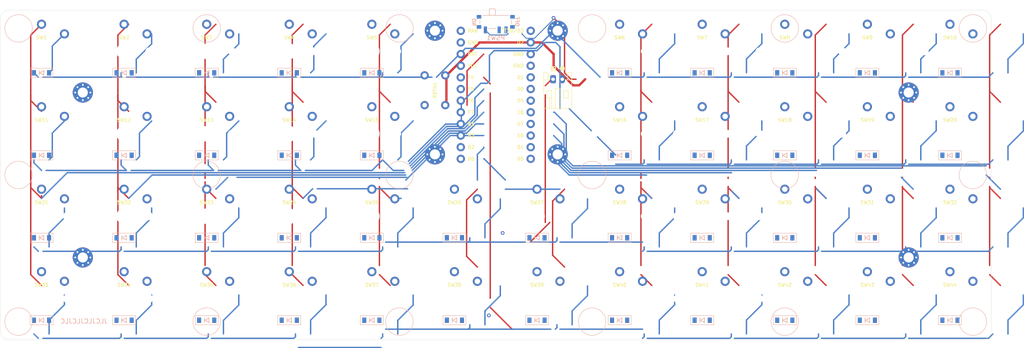
<source format=kicad_pcb>
(kicad_pcb (version 20221018) (generator pcbnew)
  (title_block (title "Horizon Mini Choc with MX Spacing") (date "2023-11-26") (rev "1.1") (company "skarrmann") (comment 1 "Modded by Pe8er"))
  (layers (0 "F.Cu" signal) (31 "B.Cu" signal) (34 "B.Paste" user) (35 "F.Paste" user) (36 "B.SilkS" user "B.Silkscreen") (37 "F.SilkS" user "F.Silkscreen") (38 "B.Mask" user) (39 "F.Mask" user) (44 "Edge.Cuts" user))
  (net 0 "")
  (net 1 "Net-(BATJ2-Pin_1)")
  (net 2 "Net-(D1-A)")
  (net 3 "Net-(D2-A)")
  (net 4 "Net-(D3-A)")
  (net 5 "Net-(D4-A)")
  (net 6 "Net-(D5-A)")
  (net 7 "Net-(D6-A)")
  (net 8 "Net-(D7-A)")
  (net 9 "Net-(D8-A)")
  (net 10 "Net-(D9-A)")
  (net 11 "Net-(D10-A)")
  (net 12 "Net-(D11-A)")
  (net 13 "Net-(D12-A)")
  (net 14 "Net-(D13-A)")
  (net 15 "Net-(D14-A)")
  (net 16 "Net-(D15-A)")
  (net 17 "Net-(D16-A)")
  (net 18 "Net-(D17-A)")
  (net 19 "Net-(D18-A)")
  (net 20 "Net-(D19-A)")
  (net 21 "Net-(D20-A)")
  (net 22 "Net-(D21-A)")
  (net 23 "Net-(D22-A)")
  (net 24 "Net-(D23-A)")
  (net 25 "Net-(D24-A)")
  (net 26 "Net-(D25-A)")
  (net 27 "Net-(D26-A)")
  (net 28 "Net-(D27-A)")
  (net 29 "Net-(D28-A)")
  (net 30 "Net-(D29-A)")
  (net 31 "Net-(D30-A)")
  (net 32 "Net-(D31-A)")
  (net 33 "Net-(D32-A)")
  (net 34 "Net-(D33-A)")
  (net 35 "Net-(D34-A)")
  (net 36 "Net-(D35-A)")
  (net 37 "GND")
  (net 38 "COL1")
  (net 39 "COL2")
  (net 40 "COL3")
  (net 41 "COL4")
  (net 42 "COL5")
  (net 43 "COL6")
  (net 44 "ROW1")
  (net 45 "ROW2")
  (net 46 "ROW3")
  (net 47 "ROW4")
  (net 48 "Net-(D36-A)")
  (net 49 "Net-(D37-A)")
  (net 50 "Net-(D38-A)")
  (net 51 "Net-(D39-A)")
  (net 52 "Net-(D40-A)")
  (net 53 "Net-(D41-A)")
  (net 54 "Net-(D42-A)")
  (net 55 "Net-(D43-A)")
  (net 56 "Net-(D44-A)")
  (net 60 "COL9")
  (net 61 "COL10")
  (net 62 "COL11")
  (net 63 "COL12")
  (net 64 "unconnected-(H4-Pad1)")
  (net 66 "COL7")
  (net 67 "COL8")
  (net 68 "unconnected-(H6-Pad1)")
  (net 69 "unconnected-(H7-Pad1)")
  (net 70 "unconnected-(H8-Pad1)")
  (net 71 "RESET")
  (net 72 "+BATT")
  (net 73 "VCC")
  (footprint "horizon-footprints:SW_Choc_MX" (layer "F.Cu") (at 51 79.5)
    (fp_text reference "SW1")
    (fp_text value "SW_Push")
  )
  (footprint "horizon-footprints:SW_Choc_MX" (layer "F.Cu") (at 51 97.5)
    (fp_text reference "SW11")
    (fp_text value "SW_Push")
  )
  (footprint "horizon-footprints:SW_Choc_MX" (layer "F.Cu") (at 51 115.5)
    (fp_text reference "SW21")
    (fp_text value "SW_Push")
  )
  (footprint "horizon-footprints:SW_Choc_MX" (layer "F.Cu") (at 51 133.5)
    (fp_text reference "SW33")
    (fp_text value "SW_Push")
  )
  (footprint "horizon-footprints:SW_Push_6mm" (layer "F.Cu") (at 136.75 88 -90)
    (fp_text reference "RBTN1")
    (fp_text value "SW_PUSH")
  )
  (footprint "horizon-footprints:Mount_M2" (layer "F.Cu") (at 240 124.5)
    (fp_text reference "H8" hide)
    (fp_text value "Hole_Pad" hide)
  )
  (footprint "horizon-footprints:Mount_M2" (layer "F.Cu") (at 240 88.5)
    (fp_text reference "H4" hide)
    (fp_text value "Hole_Pad" hide)
  )
  (footprint "horizon-footprints:Mount_M2" (layer "F.Cu") (at 60 88.5)
    (fp_text reference "H3" hide)
    (fp_text value "Hole_Pad" hide)
  )
  (footprint "horizon-footprints:Mount_M2" (layer "F.Cu") (at 60 124.5)
    (fp_text reference "H7" hide)
    (fp_text value "Hole_Pad" hide)
  )
  (footprint "horizon-footprints:Pro-Micro" (layer "F.Cu") (at 150 71)
    (fp_text reference "U1" hide)
    (fp_text value "PRO-MICRO" hide)
  )
  (footprint "horizon-footprints:SW_Choc_MX" (layer "F.Cu") (at 69 79.5)
    (fp_text reference "SW2")
    (fp_text value "SW_Push")
  )
  (footprint "horizon-footprints:SW_Choc_MX" (layer "F.Cu") (at 87 79.5)
    (fp_text reference "SW3")
    (fp_text value "SW_Push")
  )
  (footprint "horizon-footprints:SW_Choc_MX" (layer "F.Cu") (at 105 79.5)
    (fp_text reference "SW4")
    (fp_text value "SW_Push")
  )
  (footprint "horizon-footprints:SW_Choc_MX" (layer "F.Cu") (at 123 79.5)
    (fp_text reference "SW5")
    (fp_text value "SW_Push")
  )
  (footprint "horizon-footprints:SW_Choc_MX" (layer "F.Cu") (at 177 79.5)
    (fp_text reference "SW6")
    (fp_text value "SW_Push")
  )
  (footprint "horizon-footprints:SW_Choc_MX" (layer "F.Cu") (at 195 79.5)
    (fp_text reference "SW7")
    (fp_text value "SW_Push")
  )
  (footprint "horizon-footprints:SW_Choc_MX" (layer "F.Cu") (at 213 79.5)
    (fp_text reference "SW8")
    (fp_text value "SW_Push")
  )
  (footprint "horizon-footprints:SW_Choc_MX" (layer "F.Cu") (at 231 79.5)
    (fp_text reference "SW9")
    (fp_text value "SW_Push")
  )
  (footprint "horizon-footprints:SW_Choc_MX" (layer "F.Cu") (at 249 79.5)
    (fp_text reference "SW10")
    (fp_text value "SW_Push")
  )
  (footprint "horizon-footprints:SW_Choc_MX" (layer "F.Cu") (at 69 97.5)
    (fp_text reference "SW12")
    (fp_text value "SW_Push")
  )
  (footprint "horizon-footprints:SW_Choc_MX" (layer "F.Cu") (at 87 97.5)
    (fp_text reference "SW13")
    (fp_text value "SW_Push")
  )
  (footprint "horizon-footprints:SW_Choc_MX" (layer "F.Cu") (at 105 97.5)
    (fp_text reference "SW14")
    (fp_text value "SW_Push")
  )
  (footprint "horizon-footprints:SW_Choc_MX" (layer "F.Cu") (at 123 97.5)
    (fp_text reference "SW15")
    (fp_text value "SW_Push")
  )
  (footprint "horizon-footprints:SW_Choc_MX" (layer "F.Cu") (at 177 97.5)
    (fp_text reference "SW16")
    (fp_text value "SW_Push")
  )
  (footprint "horizon-footprints:SW_Choc_MX" (layer "F.Cu") (at 195 97.5)
    (fp_text reference "SW17")
    (fp_text value "SW_Push")
  )
  (footprint "horizon-footprints:SW_Choc_MX" (layer "F.Cu") (at 213 97.5)
    (fp_text reference "SW18")
    (fp_text value "SW_Push")
  )
  (footprint "horizon-footprints:SW_Choc_MX" (layer "F.Cu") (at 231 97.5)
    (fp_text reference "SW19")
    (fp_text value "SW_Push")
  )
  (footprint "horizon-footprints:SW_Choc_MX" (layer "F.Cu") (at 249 97.5)
    (fp_text reference "SW20")
    (fp_text value "SW_Push")
  )
  (footprint "horizon-footprints:SW_Choc_MX" (layer "F.Cu") (at 69 115.5)
    (fp_text reference "SW22")
    (fp_text value "SW_Push")
  )
  (footprint "horizon-footprints:SW_Choc_MX" (layer "F.Cu") (at 87 115.5)
    (fp_text reference "SW23")
    (fp_text value "SW_Push")
  )
  (footprint "horizon-footprints:SW_Choc_MX" (layer "F.Cu") (at 105 115.5)
    (fp_text reference "SW24")
    (fp_text value "SW_Push")
  )
  (footprint "horizon-footprints:SW_Choc_MX" (layer "F.Cu") (at 123 115.5)
    (fp_text reference "SW25")
    (fp_text value "SW_Push")
  )
  (footprint "horizon-footprints:SW_Choc_MX" (layer "F.Cu") (at 177 115.5)
    (fp_text reference "SW28")
    (fp_text value "SW_Push")
  )
  (footprint "horizon-footprints:SW_Choc_MX" (layer "F.Cu") (at 195 115.5)
    (fp_text reference "SW29")
    (fp_text value "SW_Push")
  )
  (footprint "horizon-footprints:SW_Choc_MX" (layer "F.Cu") (at 213 115.5)
    (fp_text reference "SW30")
    (fp_text value "SW_Push")
  )
  (footprint "horizon-footprints:SW_Choc_MX" (layer "F.Cu") (at 231 115.5)
    (fp_text reference "SW31")
    (fp_text value "SW_Push")
  )
  (footprint "horizon-footprints:SW_Choc_MX" (layer "F.Cu") (at 249 115.5)
    (fp_text reference "SW32")
    (fp_text value "SW_Push")
  )
  (footprint "horizon-footprints:SW_Choc_MX" (layer "F.Cu") (at 69 133.5)
    (fp_text reference "SW34")
    (fp_text value "SW_Push")
  )
  (footprint "horizon-footprints:SW_Choc_MX" (layer "F.Cu") (at 87 133.5)
    (fp_text reference "SW35")
    (fp_text value "SW_Push")
  )
  (footprint "horizon-footprints:SW_Choc_MX" (layer "F.Cu") (at 105 133.5)
    (fp_text reference "SW36")
    (fp_text value "SW_Push")
  )
  (footprint "horizon-footprints:SW_Choc_MX" (layer "F.Cu") (at 123 133.5)
    (fp_text reference "SW37")
    (fp_text value "SW_Push")
  )
  (footprint "horizon-footprints:SW_Choc_MX" (layer "F.Cu") (at 177 133.5)
    (fp_text reference "SW40")
    (fp_text value "SW_Push")
  )
  (footprint "horizon-footprints:SW_Choc_MX" (layer "F.Cu") (at 141 133.5)
    (fp_text reference "SW38")
    (fp_text value "SW_Push")
  )
  (footprint "horizon-footprints:SW_Choc_MX" (layer "F.Cu") (at 159 133.5)
    (fp_text reference "SW39")
    (fp_text value "SW_Push")
  )
  (footprint "horizon-footprints:SW_Choc_MX" (layer "F.Cu") (at 195 133.5)
    (fp_text reference "SW41")
    (fp_text value "SW_Push")
  )
  (footprint "horizon-footprints:SW_Choc_MX" (layer "F.Cu") (at 213 133.5)
    (fp_text reference "SW42")
    (fp_text value "SW_Push")
  )
  (footprint "horizon-footprints:SW_Choc_MX" (layer "F.Cu") (at 231 133.5)
    (fp_text reference "SW43")
    (fp_text value "SW_Push")
  )
  (footprint "horizon-footprints:SW_Choc_MX" (layer "F.Cu") (at 249 133.5)
    (fp_text reference "SW44")
    (fp_text value "SW_Push")
  )
  (footprint "horizon-footprints:SW_Choc_MX" (layer "F.Cu") (at 141 115.5)
    (fp_text reference "SW26")
    (fp_text value "SW_Push")
  )
  (footprint "horizon-footprints:SW_Choc_MX" (layer "F.Cu") (at 159 115.5)
    (fp_text reference "SW27")
    (fp_text value "SW_Push")
  )
  (footprint "horizon-footprints:Mount_M2" (layer "F.Cu") (at 136.75 75)
    (fp_text reference "H1" hide)
    (fp_text value "Hole_Pad" hide)
  )
  (footprint "horizon-footprints:Mount_M2" (layer "F.Cu") (at 163.5 75)
    (fp_text reference "H2" hide)
    (fp_text value "Hole_Pad" hide)
  )
  (footprint "horizon-footprints:Mount_M2" (layer "F.Cu") (at 136.75 102)
    (fp_text reference "H5" hide)
    (fp_text value "Hole_Pad" hide)
  )
  (footprint "horizon-footprints:Mount_M2" (layer "F.Cu") (at 163.5 102)
    (fp_text reference "H6" hide)
    (fp_text value "Hole_Pad" hide)
  )
  (footprint "Connector_JST:JST_PH_S2B-PH-K_1x02_P2.00mm_Horizontal" (layer "F.Cu") (at 162.5 85.6)
    (fp_text reference "BATJ2")
    (fp_text value "Conn_01x02_Female")
  )
  (footprint "horizon-footprints:D_SOD-123" (layer "B.Cu") (at 51 120.2)
    (fp_text reference "D21")
    (fp_text value "D" hide)
  )
  (footprint "horizon-footprints:D_SOD-123" (layer "B.Cu") (at 51 138.2)
    (fp_text reference "D33")
    (fp_text value "D" hide)
  )
  (footprint "horizon-footprints:D_SOD-123" (layer "B.Cu") (at 51 102.2)
    (fp_text reference "D11")
    (fp_text value "D" hide)
  )
  (footprint "horizon-footprints:D_SOD-123" (layer "B.Cu") (at 51 84.2)
    (fp_text reference "D1")
    (fp_text value "D" hide)
  )
  (footprint "horizon-footprints:D_SOD-123" (layer "B.Cu") (at 69 84.2)
    (fp_text reference "D2")
    (fp_text value "D" hide)
  )
  (footprint "horizon-footprints:D_SOD-123" (layer "B.Cu") (at 87 84.2)
    (fp_text reference "D3")
    (fp_text value "D" hide)
  )
  (footprint "horizon-footprints:D_SOD-123" (layer "B.Cu") (at 105 84.2)
    (fp_text reference "D4")
    (fp_text value "D" hide)
  )
  (footprint "horizon-footprints:D_SOD-123" (layer "B.Cu") (at 123 84.2)
    (fp_text reference "D5")
    (fp_text value "D" hide)
  )
  (footprint "horizon-footprints:D_SOD-123" (layer "B.Cu") (at 177 84.2)
    (fp_text reference "D6")
    (fp_text value "D" hide)
  )
  (footprint "horizon-footprints:D_SOD-123" (layer "B.Cu") (at 195 84.2)
    (fp_text reference "D7")
    (fp_text value "D" hide)
  )
  (footprint "horizon-footprints:D_SOD-123" (layer "B.Cu") (at 213 84.2)
    (fp_text reference "D8")
    (fp_text value "D" hide)
  )
  (footprint "horizon-footprints:D_SOD-123" (layer "B.Cu") (at 231 84.2)
    (fp_text reference "D9")
    (fp_text value "D" hide)
  )
  (footprint "horizon-footprints:D_SOD-123" (layer "B.Cu") (at 249 84.2)
    (fp_text reference "D10")
    (fp_text value "D" hide)
  )
  (footprint "horizon-footprints:D_SOD-123" (layer "B.Cu") (at 69 102.2)
    (fp_text reference "D12")
    (fp_text value "D" hide)
  )
  (footprint "horizon-footprints:D_SOD-123" (layer "B.Cu") (at 87 102.2)
    (fp_text reference "D13")
    (fp_text value "D" hide)
  )
  (footprint "horizon-footprints:D_SOD-123" (layer "B.Cu") (at 105 102.2)
    (fp_text reference "D14")
    (fp_text value "D" hide)
  )
  (footprint "horizon-footprints:D_SOD-123" (layer "B.Cu") (at 123 102.2)
    (fp_text reference "D15")
    (fp_text value "D" hide)
  )
  (footprint "horizon-footprints:D_SOD-123" (layer "B.Cu") (at 177 102.2)
    (fp_text reference "D16")
    (fp_text value "D" hide)
  )
  (footprint "horizon-footprints:D_SOD-123" (layer "B.Cu") (at 195 102.2)
    (fp_text reference "D17")
    (fp_text value "D" hide)
  )
  (footprint "horizon-footprints:D_SOD-123" (layer "B.Cu") (at 213 102.2)
    (fp_text reference "D18")
    (fp_text value "D" hide)
  )
  (footprint "horizon-footprints:D_SOD-123" (layer "B.Cu") (at 231 102.2)
    (fp_text reference "D19")
    (fp_text value "D" hide)
  )
  (footprint "horizon-footprints:D_SOD-123" (layer "B.Cu") (at 249 102.2)
    (fp_text reference "D20")
    (fp_text value "D" hide)
  )
  (footprint "horizon-footprints:D_SOD-123" (layer "B.Cu") (at 69 120.2)
    (fp_text reference "D22")
    (fp_text value "D" hide)
  )
  (footprint "horizon-footprints:D_SOD-123" (layer "B.Cu") (at 87 120.2)
    (fp_text reference "D23")
    (fp_text value "D" hide)
  )
  (footprint "horizon-footprints:D_SOD-123" (layer "B.Cu") (at 105 120.2)
    (fp_text reference "D24")
    (fp_text value "D" hide)
  )
  (footprint "horizon-footprints:D_SOD-123" (layer "B.Cu") (at 123 120.2)
    (fp_text reference "D25")
    (fp_text value "D" hide)
  )
  (footprint "horizon-footprints:D_SOD-123" (layer "B.Cu") (at 177 120.2)
    (fp_text reference "D28")
    (fp_text value "D" hide)
  )
  (footprint "horizon-footprints:D_SOD-123" (layer "B.Cu") (at 195 120.2)
    (fp_text reference "D29")
    (fp_text value "D" hide)
  )
  (footprint "horizon-footprints:D_SOD-123" (layer "B.Cu") (at 213 120.2)
    (fp_text reference "D30")
    (fp_text value "D" hide)
  )
  (footprint "horizon-footprints:D_SOD-123" (layer "B.Cu") (at 231 120.2)
    (fp_text reference "D31")
    (fp_text value "D" hide)
  )
  (footprint "horizon-footprints:D_SOD-123" (layer "B.Cu") (at 249 120.2)
    (fp_text reference "D32")
    (fp_text value "D" hide)
  )
  (footprint "horizon-footprints:D_SOD-123" (layer "B.Cu") (at 69 138.2)
    (fp_text reference "D34")
    (fp_text value "D" hide)
  )
  (footprint "horizon-footprints:D_SOD-123" (layer "B.Cu") (at 87 138.2)
    (fp_text reference "D35")
    (fp_text value "D" hide)
  )
  (footprint "horizon-footprints:D_SOD-123" (layer "B.Cu") (at 105 138.2)
    (fp_text reference "D36")
    (fp_text value "D" hide)
  )
  (footprint "horizon-footprints:D_SOD-123" (layer "B.Cu") (at 123 138.2)
    (fp_text reference "D37")
    (fp_text value "D" hide)
  )
  (footprint "horizon-footprints:D_SOD-123" (layer "B.Cu") (at 177 138.2)
    (fp_text reference "D40")
    (fp_text value "D" hide)
  )
  (footprint "horizon-footprints:D_SOD-123" (layer "B.Cu") (at 141 138.2)
    (fp_text reference "D38")
    (fp_text value "D" hide)
  )
  (footprint "horizon-footprints:D_SOD-123" (layer "B.Cu") (at 159 138.2)
    (fp_text reference "D39")
    (fp_text value "D" hide)
  )
  (footprint "horizon-footprints:D_SOD-123" (layer "B.Cu") (at 195 138.2)
    (fp_text reference "D41")
    (fp_text value "D" hide)
  )
  (footprint "horizon-footprints:D_SOD-123" (layer "B.Cu") (at 213 138.2)
    (fp_text reference "D42")
    (fp_text value "D" hide)
  )
  (footprint "horizon-footprints:D_SOD-123" (layer "B.Cu") (at 231 138.2)
    (fp_text reference "D43")
    (fp_text value "D" hide)
  )
  (footprint "horizon-footprints:D_SOD-123" (layer "B.Cu") (at 249 138.2)
    (fp_text reference "D44")
    (fp_text value "D" hide)
  )
  (footprint "horizon-footprints:D_SOD-123" (layer "B.Cu") (at 141 120.2)
    (fp_text reference "D26")
    (fp_text value "D" hide)
  )
  (footprint "horizon-footprints:D_SOD-123" (layer "B.Cu") (at 159 120.2)
    (fp_text reference "D27")
    (fp_text value "D" hide)
  )
  (footprint "Button_Switch_SMD:SW_SPDT_PCM12" (layer "B.Cu") (at 150 73.4)
    (fp_text reference "PSW1")
    (fp_text value "SW_SPST")
  )
  (gr_circle (center 171 138.5) (end 174 138.5) (stroke (width 0.1)) (fill none) (layer "B.SilkS"))
  (gr_circle (center 129 106.5) (end 132 106.5) (stroke (width 0.1)) (fill none) (layer "B.SilkS"))
  (gr_circle (center 254 138.5) (end 257 138.5) (stroke (width 0.1)) (fill none) (layer "B.SilkS"))
  (gr_circle (center 171 74.5) (end 174 74.5) (stroke (width 0.1)) (fill none) (layer "B.SilkS"))
  (gr_circle (center 171 106.5) (end 174 106.5) (stroke (width 0.1)) (fill none) (layer "B.SilkS"))
  (gr_circle (center 129 138.5) (end 132 138.5) (stroke (width 0.1)) (fill none) (layer "B.SilkS"))
  (gr_circle (center 254 106.5) (end 257 106.5) (stroke (width 0.1)) (fill none) (layer "B.SilkS"))
  (gr_circle (center 46 74.5) (end 49 74.5) (stroke (width 0.1)) (fill none) (layer "B.SilkS"))
  (gr_circle (center 87 74.5) (end 90 74.5) (stroke (width 0.1)) (fill none) (layer "B.SilkS"))
  (gr_circle (center 46 106.5) (end 49 106.5) (stroke (width 0.1)) (fill none) (layer "B.SilkS"))
  (gr_circle (center 213 106.5) (end 216 106.5) (stroke (width 0.1)) (fill none) (layer "B.SilkS"))
  (gr_circle (center 213 138.5) (end 216 138.5) (stroke (width 0.1)) (fill none) (layer "B.SilkS"))
  (gr_circle (center 129 74.5) (end 132 74.5) (stroke (width 0.1)) (fill none) (layer "B.SilkS"))
  (gr_circle (center 87 138.5) (end 90 138.5) (stroke (width 0.1)) (fill none) (layer "B.SilkS"))
  (gr_circle (center 46 138.5) (end 49 138.5) (stroke (width 0.1)) (fill none) (layer "B.SilkS"))
  (gr_circle (center 213 74.5) (end 216 74.5) (stroke (width 0.1)) (fill none) (layer "B.SilkS"))
  (gr_circle (center 87 106.5) (end 90 106.5) (stroke (width 0.1)) (fill none) (layer "B.SilkS"))
  (gr_circle (center 254 74.5) (end 257 74.5) (stroke (width 0.1)) (fill none) (layer "B.SilkS"))
  (gr_line (start 42 140.5) (end 42 72.5) (stroke (width 0.05)) (layer "Edge.Cuts"))
  (gr_line (start 44 142.5) (end 256 142.5) (stroke (width 0.05)) (layer "Edge.Cuts"))
  (gr_arc (start 258 140.5) (mid 257.414214 141.914214) (end 256 142.5) (stroke (width 0.05)) (layer "Edge.Cuts"))
  (gr_arc (start 42 72.5) (mid 42.585786 71.085786) (end 44 70.5) (stroke (width 0.05)) (layer "Edge.Cuts"))
  (gr_line (start 44 70.5) (end 256 70.5) (stroke (width 0.05)) (layer "Edge.Cuts"))
  (gr_line (start 258 72.5) (end 258 140.5) (stroke (width 0.05)) (layer "Edge.Cuts"))
  (gr_arc (start 44 142.5) (mid 42.585786 141.914214) (end 42 140.5) (stroke (width 0.05)) (layer "Edge.Cuts"))
  (gr_arc (start 256 70.5) (mid 257.414214 71.085786) (end 258 72.5) (stroke (width 0.05)) (layer "Edge.Cuts"))
  (gr_text "JLCJLCJLCJLC" (at 65.5 139) (layer "B.SilkS") (effects (font (size 1 1)) (justify left bottom mirror)))
  (segment (start 160.8 87.01) (end 162.62 85.19) (width 0.3) (layer "F.Cu") (net 1))
  (segment (start 165 74.6) (end 165 84.216421) (width 0.3) (layer "F.Cu") (net 1))
  (segment (start 166.383579 85.6) (end 167.5 85.6) (width 0.3) (layer "F.Cu") (net 1))
  (segment (start 162.6 72.2) (end 165 74.6) (width 0.3) (layer "F.Cu") (net 1))
  (segment (start 165 84.216421) (end 166.383579 85.6) (width 0.3) (layer "F.Cu") (net 1))
  (via (at 162.6 72.2) (size 0.8) (drill 0.4) (layers "F.Cu" "B.Cu") (net 1))
  (segment (start 162.6 72.505) (end 162.6 72.2) (width 0.2) (layer "B.Cu") (net 1))
  (segment (start 155.75 75.605) (end 155.75 75.75) (width 0.2) (layer "B.Cu") (net 1))
  (segment (start 155.75 75.75) (end 156.655 76.655) (width 0.2) (layer "B.Cu") (net 1))
  (segment (start 158.45 76.655) (end 162.6 72.505) (width 0.2) (layer "B.Cu") (net 1))
  (segment (start 156.655 76.655) (end 158.45 76.655) (width 0.2) (layer "B.Cu") (net 1))
  (segment (start 52.65 84.2) (end 53.35 83.5) (width 0.3) (layer "B.Cu") (net 2))
  (segment (start 53.35 78.35) (end 56 75.7) (width 0.3) (layer "B.Cu") (net 2))
  (segment (start 53.35 83.5) (end 53.35 78.35) (width 0.3) (layer "B.Cu") (net 2))
  (segment (start 75 77.87868) (end 75 75.7) (width 0.3) (layer "B.Cu") (net 3))
  (segment (start 71.65 84.2) (end 71.65 81.22868) (width 0.3) (layer "B.Cu") (net 3))
  (segment (start 71.65 81.22868) (end 75 77.87868) (width 0.3) (layer "B.Cu") (net 3))
  (segment (start 90.65 84.2) (end 90.65 81.22868) (width 0.3) (layer "B.Cu") (net 4))
  (segment (start 94 77.87868) (end 94 75.7) (width 0.3) (layer "B.Cu") (net 4))
  (segment (start 90.65 81.22868) (end 94 77.87868) (width 0.3) (layer "B.Cu") (net 4))
  (segment (start 109.65 84.2) (end 110.35 83.5) (width 0.3) (layer "B.Cu") (net 5))
  (segment (start 110.35 83.5) (end 110.35 78.35) (width 0.3) (layer "B.Cu") (net 5))
  (segment (start 110.35 78.35) (end 113 75.7) (width 0.3) (layer "B.Cu") (net 5))
  (segment (start 106.499999 85.15) (end 88.499999 85.15) (width 0.3) (layer "B.Cu") (net 5))
  (segment (start 106.35 85.000001) (end 106.499999 85.15) (width 0.3) (layer "B.Cu") (net 5))
  (segment (start 106.35 84.2) (end 106.35 85.000001) (width 0.3) (layer "B.Cu") (net 5))
  (segment (start 129.35 78.35) (end 132 75.7) (width 0.3) (layer "B.Cu") (net 6))
  (segment (start 129.35 83.5) (end 129.35 78.35) (width 0.3) (layer "B.Cu") (net 6))
  (segment (start 128.65 84.2) (end 129.35 83.5) (width 0.3) (layer "B.Cu") (net 6))
  (segment (start 185.65 84.2) (end 185.65 81.173402) (width 0.3) (layer "B.Cu") (net 7))
  (segment (start 189 77.823402) (end 189 75.7) (width 0.3) (layer "B.Cu") (net 7))
  (segment (start 185.65 81.173402) (end 189 77.823402) (width 0.3) (layer "B.Cu") (net 7))
  (segment (start 203 90.6) (end 200.65 88.25) (width 0.3) (layer "F.Cu") (net 8))
  (segment (start 200.65 88.25) (end 200.65 88) (width 0.3) (layer "F.Cu") (net 8))
  (segment (start 203 73.6) (end 200.65 75.95) (width 0.3) (layer "F.Cu") (net 8))
  (segment (start 200.65 88) (end 200.65 105) (width 0.3) (layer "F.Cu") (net 8))
  (segment (start 200.65 75.95) (end 200.65 88) (width 0.3) (layer "F.Cu") (net 8))
  (segment (start 204.65 84.2) (end 204.65 81.173402) (width 0.3) (layer "B.Cu") (net 8))
  (segment (start 208 77.823402) (end 208 75.7) (width 0.3) (layer "B.Cu") (net 8))
  (segment (start 204.65 81.173402) (end 208 77.823402) (width 0.3) (layer "B.Cu") (net 8))
  (segment (start 223.65 84.2) (end 223.65 81.173402) (width 0.3) (layer "B.Cu") (net 9))
  (segment (start 227 77.823402) (end 227 75.7) (width 0.3) (layer "B.Cu") (net 9))
  (segment (start 223.65 81.173402) (end 227 77.823402) (width 0.3) (layer "B.Cu") (net 9))
  (segment (start 246 77.823402) (end 246 75.7) (width 0.3) (layer "B.Cu") (net 10))
  (segment (start 239.35 84.8) (end 239 85.15) (width 0.3) (layer "B.Cu") (net 10))
  (segment (start 239 85.15) (end 221 85.15) (width 0.3) (layer "B.Cu") (net 10))
  (segment (start 242.65 84.2) (end 242.65 81.173402) (width 0.3) (layer "B.Cu") (net 10))
  (segment (start 239.35 84.2) (end 239.35 84.8) (width 0.3) (layer "B.Cu") (net 10))
  (segment (start 242.65 81.173402) (end 246 77.823402) (width 0.3) (layer "B.Cu") (net 10))
  (segment (start 265 77.823402) (end 265 75.7) (width 0.3) (layer "B.Cu") (net 11))
  (segment (start 257.4 85.15) (end 240 85.15) (width 0.3) (layer "B.Cu") (net 11))
  (segment (start 258.35 84.2) (end 257.4 85.15) (width 0.3) (layer "B.Cu") (net 11))
  (segment (start 261.65 84.2) (end 261.65 81.173402) (width 0.3) (layer "B.Cu") (net 11))
  (segment (start 261.65 81.173402) (end 265 77.823402) (width 0.3) (layer "B.Cu") (net 11))
  (segment (start 53.35 97.35) (end 56 94.7) (width 0.3) (layer "B.Cu") (net 12))
  (segment (start 53.35 102.5) (end 53.35 97.35) (width 0.3) (layer "B.Cu") (net 12))
  (segment (start 52.65 103.2) (end 53.35 102.5) (width 0.3) (layer "B.Cu") (net 12))
  (segment (start 71.65 103.2) (end 72.35 102.5) (width 0.3) (layer "B.Cu") (net 13))
  (segment (start 72.35 102.5) (end 72.35 97.35) (width 0.3) (layer "B.Cu") (net 13))
  (segment (start 72.35 97.35) (end 75 94.7) (width 0.3) (layer "B.Cu") (net 13))
  (segment (start 91.35 102.5) (end 91.35 97.35) (width 0.3) (layer "B.Cu") (net 14))
  (segment (start 90.65 103.2) (end 91.35 102.5) (width 0.3) (layer "B.Cu") (net 14))
  (segment (start 91.35 97.35) (end 94 94.7) (width 0.3) (layer "B.Cu") (net 14))
  (segment (start 109.65 103.2) (end 110.35 102.5) (width 0.3) (layer "B.Cu") (net 15))
  (segment (start 110.35 102.5) (end 110.35 97.35) (width 0.3) (layer "B.Cu") (net 15))
  (segment (start 110.35 97.35) (end 113 94.7) (width 0.3) (layer "B.Cu") (net 15))
  (segment (start 129.35 97.35) (end 132 94.7) (width 0.3) (layer "B.Cu") (net 16))
  (segment (start 129.35 102.5) (end 129.35 97.35) (width 0.3) (layer "B.Cu") (net 16))
  (segment (start 128.65 103.2) (end 129.35 102.5) (width 0.3) (layer "B.Cu") (net 16))
  (segment (start 185.65 100.22868) (end 189 96.87868) (width 0.3) (layer "B.Cu") (net 17))
  (segment (start 185.65 103.2) (end 185.65 100.22868) (width 0.3) (layer "B.Cu") (net 17))
  (segment (start 189 96.87868) (end 189 94.7) (width 0.3) (layer "B.Cu") (net 17))
  (segment (start 204.65 103.2) (end 204.65 100.173402) (width 0.3) (layer "B.Cu") (net 18))
  (segment (start 208 96.823402) (end 208 94.7) (width 0.3) (layer "B.Cu") (net 18))
  (segment (start 204.65 100.173402) (end 208 96.823402) (width 0.3) (layer "B.Cu") (net 18))
  (segment (start 223.65 100.173402) (end 227 96.823402) (width 0.3) (layer "B.Cu") (net 19))
  (segment (start 223.65 103.2) (end 223.65 100.173402) (width 0.3) (layer "B.Cu") (net 19))
  (segment (start 227 96.823402) (end 227 94.7) (width 0.3) (layer "B.Cu") (net 19))
  (segment (start 246 94.7) (end 246 96.823402) (width 0.3) (layer "B.Cu") (net 20))
  (segment (start 242.65 100.173402) (end 242.65 103.2) (width 0.3) (layer "B.Cu") (net 20))
  (segment (start 246 96.823402) (end 242.65 100.173402) (width 0.3) (layer "B.Cu") (net 20))
  (segment (start 265 96.87868) (end 265 94.7) (width 0.3) (layer "B.Cu") (net 21))
  (segment (start 261.65 100.22868) (end 265 96.87868) (width 0.3) (layer "B.Cu") (net 21))
  (segment (start 261.65 103.2) (end 261.65 100.22868) (width 0.3) (layer "B.Cu") (net 21))
  (segment (start 56 113.7) (end 56 115.823402) (width 0.3) (layer "B.Cu") (net 22))
  (segment (start 56 115.823402) (end 52.65 119.173402) (width 0.3) (layer "B.Cu") (net 22))
  (segment (start 52.65 119.173402) (end 52.65 122.2) (width 0.3) (layer "B.Cu") (net 22))
  (segment (start 75 113.7) (end 75 115.823402) (width 0.3) (layer "B.Cu") (net 23))
  (segment (start 71.65 119.173402) (end 71.65 122.2) (width 0.3) (layer "B.Cu") (net 23))
  (segment (start 75 115.823402) (end 71.65 119.173402) (width 0.3) (layer "B.Cu") (net 23))
  (segment (start 94 115.823402) (end 94 113.7) (width 0.3) (layer "B.Cu") (net 24))
  (segment (start 90.65 119.173402) (end 94 115.823402) (width 0.3) (layer "B.Cu") (net 24))
  (segment (start 90.65 122.2) (end 90.65 119.173402) (width 0.3) (layer "B.Cu") (net 24))
  (segment (start 109.65 122.2) (end 109.65 119.173402) (width 0.3) (layer "B.Cu") (net 25))
  (segment (start 113 115.823402) (end 113 113.7) (width 0.3) (layer "B.Cu") (net 25))
  (segment (start 109.65 119.173402) (end 113 115.823402) (width 0.3) (layer "B.Cu") (net 25))
  (segment (start 127 111.6) (end 124.65 109.25) (width 0.3) (layer "F.Cu") (net 26))
  (segment (start 124.65 126.25) (end 124.65 109) (width 0.3) (layer "F.Cu") (net 26))
  (via (at 151.5 119.15) (size 0.8) (drill 0.4) (layers "F.Cu" "B.Cu") (net 26))
  (segment (start 132 115.823402) (end 132 113.7) (width 0.3) (layer "B.Cu") (net 26))
  (segment (start 129.4 111.6) (end 127 111.6) (width 0.3) (layer "B.Cu") (net 26))
  (segment (start 128.65 119.173402) (end 132 115.823402) (width 0.3) (layer "B.Cu") (net 26))
  (segment (start 144 121.15) (end 126 121.15) (width 0.3) (layer "B.Cu") (net 26))
  (segment (start 144.35 120.2) (end 144.35 120.8) (width 0.3) (layer "B.Cu") (net 26))
  (segment (start 144.35 120.8) (end 144 121.15) (width 0.3) (layer "B.Cu") (net 26))
  (segment (start 156.5 121.15) (end 144 121.15) (width 0.3) (layer "B.Cu") (net 26))
  (segment (start 128.65 122.2) (end 128.65 119.173402) (width 0.3) (layer "B.Cu") (net 26))
  (segment (start 147.65 117.173402) (end 151 113.823402) (width 0.3) (layer "B.Cu") (net 27))
  (segment (start 147.65 120.2) (end 147.65 117.173402) (width 0.3) (layer "B.Cu") (net 27))
  (segment (start 151 113.823402) (end 151 111.7) (width 0.3) (layer "B.Cu") (net 27))
  (segment (start 162.4 112.2) (end 162.4 124) (width 0.3) (layer "F.Cu") (net 28))
  (segment (start 165 109.6) (end 162.4 112.2) (width 0.3) (layer "F.Cu") (net 28))
  (segment (start 162.4 124) (end 165 126.6) (width 0.3) (layer "F.Cu") (net 28))
  (segment (start 166.65 117.173402) (end 170 113.823402) (width 0.3) (layer "B.Cu") (net 28))
  (segment (start 170 113.823402) (end 170 111.7) (width 0.3) (layer "B.Cu") (net 28))
  (segment (start 166.65 120.2) (end 166.65 117.173402) (width 0.3) (layer "B.Cu") (net 28))
  (segment (start 184 111.6) (end 181.65 109.25) (width 0.3) (layer "F.Cu") (net 29))
  (segment (start 181.65 108) (end 181.65 126.25) (width 0.3) (layer "F.Cu") (net 29))
  (segment (start 185.65 119.173402) (end 189 115.823402) (width 0.3) (layer "B.Cu") (net 29))
  (segment (start 189 115.823402) (end 189 113.7) (width 0.3) (layer "B.Cu") (net 29))
  (segment (start 182.9 110.5) (end 184 111.6) (width 0.3) (layer "B.Cu") (net 29))
  (segment (start 185.65 122.2) (end 185.65 119.173402) (width 0.3) (layer "B.Cu") (net 29))
  (segment (start 200.65 109) (end 200.65 126.25) (width 0.3) (layer "F.Cu") (net 30))
  (segment (start 203 111.6) (end 200.65 109.25) (width 0.3) (layer "F.Cu") (net 30))
  (segment (start 208 115.823402) (end 208 113.7) (width 0.3) (layer "B.Cu") (net 30))
  (segment (start 204.65 122.2) (end 204.65 119.173402) (width 0.3) (layer "B.Cu") (net 30))
  (segment (start 201.4 110) (end 203 111.6) (width 0.3) (layer "B.Cu") (net 30))
  (segment (start 204.65 119.173402) (end 208 115.823402) (width 0.3) (layer "B.Cu") (net 30))
  (segment (start 219.65 126.25) (end 219.65 109) (width 0.3) (layer "F.Cu") (net 31))
  (segment (start 222 111.6) (end 219.65 109.25) (width 0.3) (layer "F.Cu") (net 31))
  (segment (start 227 115.823402) (end 227 113.7) (width 0.3) (layer "B.Cu") (net 31))
  (segment (start 223.65 122.2) (end 223.65 119.173402) (width 0.3) (layer "B.Cu") (net 31))
  (segment (start 223.65 119.173402) (end 227 115.823402) (width 0.3) (layer "B.Cu") (net 31))
  (segment (start 260 111.6) (end 257.65 109.25) (width 0.3) (layer "F.Cu") (net 33))
  (segment (start 257.65 109) (end 257.65 126.25) (width 0.3) (layer "F.Cu") (net 33))
  (segment (start 265 115.823402) (end 265 113.7) (width 0.3) (layer "B.Cu") (net 33))
  (segment (start 261.65 122.2) (end 261.65 119.173402) (width 0.3) (layer "B.Cu") (net 33))
  (segment (start 261.65 119.173402) (end 265 115.823402) (width 0.3) (layer "B.Cu") (net 33))
  (segment (start 56 134.823402) (end 56 132.7) (width 0.3) (layer "B.Cu") (net 34))
  (segment (start 52.65 141.2) (end 52.65 138.173402) (width 0.3) (layer "B.Cu") (net 34))
  (segment (start 52.65 138.173402) (end 56 134.823402) (width 0.3) (layer "B.Cu") (net 34))
  (segment (start 71.65 138.22868) (end 75 134.87868) (width 0.3) (layer "B.Cu") (net 35))
  (segment (start 71.65 141.2) (end 71.65 138.22868) (width 0.3) (layer "B.Cu") (net 35))
  (segment (start 75 134.87868) (end 75 132.7) (width 0.3) (layer "B.Cu") (net 35))
  (segment (start 94 134.87868) (end 94 132.7) (width 0.3) (layer "B.Cu") (net 36))
  (segment (start 90.65 141.2) (end 90.65 138.22868) (width 0.3) (layer "B.Cu") (net 36))
  (segment (start 90.65 138.22868) (end 94 134.87868) (width 0.3) (layer "B.Cu") (net 36))
  (segment (start 166.860051 86.925) (end 162.62 82.684949) (width 0.5) (layer "F.Cu") (net 37))
  (segment (start 139.28 84.75) (end 146.46 77.57) (width 0.5) (layer "F.Cu") (net 37))
  (segment (start 146.46 77.57) (end 147.38 77.57) (width 0.5) (layer "F.Cu") (net 37))
  (segment (start 162.62 82.65) (end 162.62 80.11) (width 0.5) (layer "F.Cu") (net 37))
  (segment (start 162.62 82.684949) (end 162.62 82.65) (width 0.5) (layer "F.Cu") (net 37))
  (segment (start 160.08 77.57) (end 147.38 77.57) (width 0.5) (layer "F.Cu") (net 37))
  (segment (start 169.5 85.6) (end 168.175 86.925) (width 0.5) (layer "F.Cu") (net 37))
  (segment (start 139.25 91.25) (end 139.25 84.75) (width 0.5) (layer "F.Cu") (net 37))
  (segment (start 139.25 84.75) (end 139.28 84.75) (width 0.5) (layer "F.Cu") (net 37))
  (segment (start 160.08 77.57) (end 162.62 80.11) (width 0.5) (layer "F.Cu") (net 37))
  (segment (start 168.175 86.925) (end 166.860051 86.925) (width 0.5) (layer "F.Cu") (net 37))
  (segment (start 124 85.15) (end 125 85.15) (width 0.3) (layer "B.Cu") (net 37))
  (segment (start 125 85.15) (end 136.082233 85.15) (width 0.3) (layer "B.Cu") (net 37))
  (segment (start 125.35 84.2) (end 125.35 84.8) (width 0.3) (layer "B.Cu") (net 37))
  (segment (start 124.4 85.15) (end 107.499999 85.15) (width 0.3) (layer "B.Cu") (net 37))
  (segment (start 125.35 84.8) (end 125 85.15) (width 0.3) (layer "B.Cu") (net 37))
  (segment (start 48.65 89) (end 48.65 109.25) (width 0.3) (layer "F.Cu") (net 38))
  (segment (start 48.65 89) (end 48.65 90.25) (width 0.3) (layer "F.Cu") (net 38))
  (segment (start 51 111.6) (end 51 111) (width 0.3) (layer "F.Cu") (net 38))
  (segment (start 48.65 90.25) (end 51 92.6) (width 0.3) (layer "F.Cu") (net 38))
  (segment (start 48.65 109.25) (end 51 111.6) (width 0.3) (layer "F.Cu") (net 38))
  (segment (start 48.65 128.25) (end 51 130.6) (width 0.3) (layer "F.Cu") (net 38))
  (segment (start 51 73.6) (end 48.65 75.95) (width 0.3) (layer "F.Cu") (net 38))
  (segment (start 48.65 75.95) (end 48.65 88) (width 0.3) (layer "F.Cu") (net 38))
  (segment (start 48.65 106) (end 48.65 128.25) (width 0.3) (layer "F.Cu") (net 38))
  (segment (start 48.65 88) (end 48.65 89) (width 0.3) (layer "F.Cu") (net 38))
  (segment (start 142.885788 95.89) (end 139.281576 95.89) (width 0.3) (layer "B.Cu") (net 38))
  (segment (start 147.38 87.73) (end 145.458883 89.651117) (width 0.3) (layer "B.Cu") (net 38))
  (segment (start 130.171576 106) (end 56.6 106) (width 0.3) (layer "B.Cu") (net 38))
  (segment (start 56.6 106) (end 51 111.6) (width 0.3) (layer "B.Cu") (net 38))
  (segment (start 145.458883 89.651117) (end 145.458883 93.316905) (width 0.3) (layer "B.Cu") (net 38))
  (segment (start 145.458883 93.316905) (end 142.885788 95.89) (width 0.3) (layer "B.Cu") (net 38))
  (segment (start 139.281576 95.89) (end 131.171576 104) (width 0.3) (layer "B.Cu") (net 38))
  (segment (start 67.65 89) (end 67.65 88) (width 0.3) (layer "F.Cu") (net 39))
  (segment (start 67.65 75.95) (end 70 73.6) (width 0.3) (layer "F.Cu") (net 39))
  (segment (start 67.65 89) (end 67.65 90.25) (width 0.3) (layer "F.Cu") (net 39))
  (segment (start 70 130.6) (end 67.65 128.25) (width 0.3) (layer "F.Cu") (net 39))
  (segment (start 67.65 128.25) (end 67.65 109.25) (width 0.3) (layer "F.Cu") (net 39))
  (segment (start 67.65 88) (end 67.65 75.95) (width 0.3) (layer "F.Cu") (net 39))
  (segment (start 67.65 110) (end 67.65 89) (width 0.3) (layer "F.Cu") (net 39))
  (segment (start 67.65 109.25) (end 70 111.6) (width 0.3) (layer "F.Cu") (net 39))
  (segment (start 67.65 90.25) (end 70 92.6) (width 0.3) (layer "F.Cu") (net 39))
  (segment (start 130.378682 106.5) (end 75.1 106.5) (width 0.3) (layer "B.Cu") (net 39))
  (segment (start 145.958883 91.691117) (end 145.958883 93.524011) (width 0.3) (layer "B.Cu") (net 39))
  (segment (start 75.1 106.5) (end 70 111.6) (width 0.3) (layer "B.Cu") (net 39))
  (segment (start 139.488682 96.39) (end 131.378682 104.5) (width 0.3) (layer "B.Cu") (net 39))
  (segment (start 145.958883 93.524011) (end 143.092894 96.39) (width 0.3) (layer "B.Cu") (net 39))
  (segment (start 143.092894 96.39) (end 139.488682 96.39) (width 0.3) (layer "B.Cu") (net 39))
  (segment (start 147.38 90.27) (end 145.958883 91.691117) (width 0.3) (layer "B.Cu") (net 39))
  (segment (start 89 130.6) (end 86.65 128.25) (width 0.3) (layer "F.Cu") (net 40))
  (segment (start 86.65 126.25) (end 86.65 108) (width 0.3) (layer "F.Cu") (net 40))
  (segment (start 86.65 107.25) (end 86.65 106) (width 0.3) (layer "F.Cu") (net 40))
  (segment (start 86.65 87) (end 86.65 75.95) (width 0.3) (layer "F.Cu") (net 40))
  (segment (start 86.65 88.25) (end 86.65 87) (width 0.3) (layer "F.Cu") (net 40))
  (segment (start 89 90.6) (end 86.65 88.25) (width 0.3) (layer "F.Cu") (net 40))
  (segment (start 89 111.6) (end 86.65 109.25) (width 0.3) (layer "F.Cu") (net 40))
  (segment (start 86.65 75.95) (end 89 73.6) (width 0.3) (layer "F.Cu") (net 40))
  (segment (start 86.65 104) (end 86.65 87) (width 0.3) (layer "F.Cu") (net 40))
  (segment (start 91.6 107) (end 89 109.6) (width 0.3) (layer "B.Cu") (net 40))
  (segment (start 108 130.6) (end 105.65 128.25) (width 0.3) (layer "F.Cu") (net 41))
  (segment (start 105.65 109) (end 105.65 87) (width 0.3) (layer "F.Cu") (net 41))
  (segment (start 108 111.6) (end 105.65 109.25) (width 0.3) (layer "F.Cu") (net 41))
  (segment (start 105.65 87) (end 105.65 75.95) (width 0.3) (layer "F.Cu") (net 41))
  (segment (start 105.65 126.25) (end 105.65 109) (width 0.3) (layer "F.Cu") (net 41))
  (segment (start 108 90.6) (end 105.65 88.25) (width 0.3) (layer "F.Cu") (net 41))
  (segment (start 105.65 88.25) (end 105.65 87) (width 0.3) (layer "F.Cu") (net 41))
  (segment (start 105.65 75.95) (end 108 73.6) (width 0.3) (layer "F.Cu") (net 41))
  (segment (start 110.1 109.5) (end 108 111.6) (width 0.3) (layer "B.Cu") (net 41))
  (segment (start 124.65 105) (end 124.65 88) (width 0.3) (layer "F.Cu") (net 42))
  (segment (start 124.65 75.95) (end 127 73.6) (width 0.3) (layer "F.Cu") (net 42))
  (segment (start 124.65 107.25) (end 124.65 107) (width 0.3) (layer "F.Cu") (net 42))
  (segment (start 124.65 88) (end 124.65 75.95) (width 0.3) (layer "F.Cu") (net 42))
  (segment (start 124.65 88.25) (end 124.65 88) (width 0.3) (layer "F.Cu") (net 42))
  (segment (start 127 90.6) (end 124.65 88.25) (width 0.3) (layer "F.Cu") (net 42))
  (segment (start 140.11 97.89) (end 130.4 107.6) (width 0.3) (layer "B.Cu") (net 42))
  (segment (start 145.65 95.35) (end 143.61 97.39) (width 0.3) (layer "B.Cu") (net 42))
  (segment (start 147.38 97.89) (end 140.11 97.89) (width 0.3) (layer "B.Cu") (net 42))
  (segment (start 130.792894 109.5) (end 111.1 109.5) (width 0.3) (layer "B.Cu") (net 42))
  (segment (start 139.695788 96.89) (end 131.585788 105) (width 0.3) (layer "B.Cu") (net 42))
  (segment (start 147.38 95.35) (end 145.65 95.35) (width 0.3) (layer "B.Cu") (net 42))
  (segment (start 147.38 92.81) (end 143.3 96.89) (width 0.3) (layer "B.Cu") (net 42))
  (segment (start 143.61 97.39) (end 139.902894 97.39) (width 0.3) (layer "B.Cu") (net 42))
  (segment (start 139.902894 97.39) (end 131.792894 105.5) (width 0.3) (layer "B.Cu") (net 42))
  (segment (start 130.585788 107) (end 93.6 107) (width 0.3) (layer "B.Cu") (net 42))
  (segment (start 143.3 96.89) (end 139.695788 96.89) (width 0.3) (layer "B.Cu") (net 42))
  (segment (start 143.65 111.95) (end 146 109.6) (width 0.3) (layer "F.Cu") (net 43))
  (segment (start 146 126.6) (end 143.65 124.25) (width 0.3) (layer "F.Cu") (net 43))
  (segment (start 143.65 124.25) (end 143.65 111.95) (width 0.3) (layer "F.Cu") (net 43))
  (segment (start 146 102) (end 146 107.6) (width 0.3) (layer "B.Cu") (net 43))
  (segment (start 147.38 100.43) (end 147.38 100.62) (width 0.3) (layer "B.Cu") (net 43))
  (segment (start 147.38 100.62) (end 146 102) (width 0.3) (layer "B.Cu") (net 43))
  (segment (start 182.35 84.2) (end 182.35 84.8) (width 0.3) (layer "B.Cu") (net 44))
  (segment (start 87.499999 85.15) (end 69.499999 85.15) (width 0.3) (layer "B.Cu") (net 44))
  (segment (start 201.35 84.8) (end 201 85.15) (width 0.3) (layer "B.Cu") (net 44))
  (segment (start 220 85.15) (end 202 85.15) (width 0.3) (layer "B.Cu") (net 44))
  (segment (start 201.35 84.2) (end 201.35 84.8) (width 0.3) (layer "B.Cu") (net 44))
  (segment (start 182 85.15) (end 174.74 85.15) (width 0.3) (layer "B.Cu") (net 44))
  (segment (start 68.35 84.2) (end 68.35 85.000001) (width 0.3) (layer "B.Cu") (net 44))
  (segment (start 220.35 84.2) (end 220.35 84.8) (width 0.3) (layer "B.Cu") (net 44))
  (segment (start 158.79 78.86) (end 162.62 75.03) (width 0.3) (layer "B.Cu") (net 44))
  (segment (start 87.35 84.2) (end 87.35 85.000001) (width 0.3) (layer "B.Cu") (net 44))
  (segment (start 50.3 85.15) (end 49.35 84.2) (width 0.3) (layer "B.Cu") (net 44))
  (segment (start 68.35 85.000001) (end 68.499999 85.15) (width 0.3) (layer "B.Cu") (net 44))
  (segment (start 172.74 85.15) (end 162.62 75.03) (width 0.3) (layer "B.Cu") (net 44))
  (segment (start 137.082233 85.15) (end 143.372233 78.86) (width 0.3) (layer "B.Cu") (net 44))
  (segment (start 220.35 84.8) (end 220 85.15) (width 0.3) (layer "B.Cu") (net 44))
  (segment (start 87.35 85.000001) (end 87.499999 85.15) (width 0.3) (layer "B.Cu") (net 44))
  (segment (start 68.499999 85.15) (end 51.3 85.15) (width 0.3) (layer "B.Cu") (net 44))
  (segment (start 143.372233 78.86) (end 158.79 78.86) (width 0.3) (layer "B.Cu") (net 44))
  (segment (start 201 85.15) (end 183 85.15) (width 0.3) (layer "B.Cu") (net 44))
  (segment (start 182.35 84.8) (end 182 85.15) (width 0.3) (layer "B.Cu") (net 44))
  (segment (start 176.15 102.15) (end 166 92) (width 0.3) (layer "B.Cu") (net 45))
  (segment (start 160.787106 77.57) (end 162.62 77.57) (width 0.3) (layer "B.Cu") (net 45))
  (segment (start 220 104.15) (end 202 104.15) (width 0.3) (layer "B.Cu") (net 45))
  (segment (start 68.35 103.2) (end 68.35 104.350001) (width 0.3) (layer "B.Cu") (net 45))
  (segment (start 125.35 103.2) (end 127.65 105.5) (width 0.3) (layer "B.Cu") (net 45))
  (segment (start 141.842235 95.39) (end 142.5 94.732235) (width 0.3) (layer "B.Cu") (net 45))
  (segment (start 158.997106 79.36) (end 160.787106 77.57) (width 0.3) (layer "B.Cu") (net 45))
  (segment (start 258.35 103.2) (end 257.4 104.15) (width 0.3) (layer "B.Cu") (net 45))
  (segment (start 182.35 103.8) (end 182 104.15) (width 0.3) (layer "B.Cu") (net 45))
  (segment (start 201.35 103.2) (end 201.35 103.8) (width 0.3) (layer "B.Cu") (net 45))
  (segment (start 69.499999 105.5) (end 51.999998 105.5) (width 0.3) (layer "B.Cu") (net 45))
  (segment (start 142.5 90.732233) (end 146.752233 86.48) (width 0.3) (layer "B.Cu") (net 45))
  (segment (start 49.35 103.850002) (end 49.35 103.2) (width 0.3) (layer "B.Cu") (net 45))
  (segment (start 239.35 103.2) (end 239.35 103.8) (width 0.3) (layer "B.Cu") (net 45))
  (segment (start 139.07447 95.39) (end 141.842235 95.39) (width 0.3) (layer "B.Cu") (net 45))
  (segment (start 182 104.15) (end 176.15 104.15) (width 0.3) (layer "B.Cu") (net 45))
  (segment (start 164 92) (end 164 78.5) (width 0.3) (layer "B.Cu") (net 45))
  (segment (start 257.4 104.15) (end 240 104.15) (width 0.3) (layer "B.Cu") (net 45))
  (segment (start 88.499999 105.5) (end 70.499999 105.5) (width 0.3) (layer "B.Cu") (net 45))
  (segment (start 50.999998 105.5) (end 49.35 103.850002) (width 0.3) (layer "B.Cu") (net 45))
  (segment (start 146.752233 86.48) (end 148.12 86.48) (width 0.3) (layer "B.Cu") (net 45))
  (segment (start 201.35 103.8) (end 201 104.15) (width 0.3) (layer "B.Cu") (net 45))
  (segment (start 130.96447 103.5) (end 139.07447 95.39) (width 0.3) (layer "B.Cu") (net 45))
  (segment (start 220.35 103.8) (end 220 104.15) (width 0.3) (layer "B.Cu") (net 45))
  (segment (start 148.63 85.97) (end 148.63 80.37) (width 0.3) (layer "B.Cu") (net 45))
  (segment (start 127.65 105.5) (end 129.96447 105.5) (width 0.3) (layer "B.Cu") (net 45))
  (segment (start 148.12 86.48) (end 148.63 85.97) (width 0.3) (layer "B.Cu") (net 45))
  (segment (start 220.35 103.2) (end 220.35 103.8) (width 0.3) (layer "B.Cu") (net 45))
  (segment (start 239.35 103.8) (end 239 104.15) (width 0.3) (layer "B.Cu") (net 45))
  (segment (start 163.07 77.57) (end 162.62 77.57) (width 0.3) (layer "B.Cu") (net 45))
  (segment (start 182.35 103.2) (end 182.35 103.8) (width 0.3) (layer "B.Cu") (net 45))
  (segment (start 107.499999 105.5) (end 89.499999 105.5) (width 0.3) (layer "B.Cu") (net 45))
  (segment (start 87.35 103.2) (end 87.35 104.350001) (width 0.3) (layer "B.Cu") (net 45))
  (segment (start 239 104.15) (end 221 104.15) (width 0.3) (layer "B.Cu") (net 45))
  (segment (start 125.35 103.2) (end 123.05 105.5) (width 0.3) (layer "B.Cu") (net 45))
  (segment (start 164 78.5) (end 163.07 77.57) (width 0.3) (layer "B.Cu") (net 45))
  (segment (start 87.35 104.350001) (end 88.499999 105.5) (width 0.3) (layer "B.Cu") (net 45))
  (segment (start 123.05 105.5) (end 108.499999 105.5) (width 0.3) (layer "B.Cu") (net 45))
  (segment (start 106.35 104.350001) (end 107.499999 105.5) (width 0.3) (layer "B.Cu") (net 45))
  (segment (start 148.63 80.37) (end 149.64 79.36) (width 0.3) (layer "B.Cu") (net 45))
  (segment (start 142.5 94.732235) (end 142.5 90.732233) (width 0.3) (layer "B.Cu") (net 45))
  (segment (start 201 104.15) (end 183 104.15) (width 0.3) (layer "B.Cu") (net 45))
  (segment (start 106.35 103.2) (end 106.35 104.350001) (width 0.3) (layer "B.Cu") (net 45))
  (segment (start 149.64 79.36) (end 158.997106 79.36) (width 0.3) (layer "B.Cu") (net 45))
  (segment (start 68.35 104.350001) (end 69.499999 105.5) (width 0.3) (layer "B.Cu") (net 45))
  (segment (start 157.5 121.15) (end 161.8 116.85) (width 0.3) (layer "F.Cu") (net 46))
  (segment (start 125.35 122.2) (end 125.35 122.8) (width 0.3) (layer "B.Cu") (net 46))
  (segment (start 182.35 122.2) (end 182.35 122.8) (width 0.3) (layer "B.Cu") (net 46))
  (segment (start 106.35 122.2) (end 106.35 122.8) (width 0.3) (layer "B.Cu") (net 46))
  (segment (start 163.35 120.2) (end 163.35 120.8) (width 0.3) (layer "B.Cu") (net 46))
  (segment (start 220 123.15) (end 202 123.15) (width 0.3) (layer "B.Cu") (net 46))
  (segment (start 87 123.15) (end 69 123.15) (width 0.3) (layer "B.Cu") (net 46))
  (segment (start 182 121.15) (end 164 121.15) (width 0.3) (layer "B.Cu") (net 46))
  (segment (start 201.35 122.2) (end 201.35 122.8) (width 0.3) (layer "B.Cu") (net 46))
  (segment (start 125.35 122.8) (end 125 123.15) (width 0.3) (layer "B.Cu") (net 46))
  (segment (start 201 123.15) (end 183 123.15) (width 0.3) (layer "B.Cu") (net 46))
  (segment (start 87.35 122.2) (end 87.35 122.8) (width 0.3) (layer "B.Cu") (net 46))
  (segment (start 50.3 123.15) (end 49.35 122.2) (width 0.3) (layer "B.Cu") (net 46))
  (segment (start 220.35 122.2) (end 220.35 122.8) (width 0.3) (layer "B.Cu") (net 46))
  (segment (start 201.35 122.8) (end 201 123.15) (width 0.3) (layer "B.Cu") (net 46))
  (segment (start 87.35 122.8) (end 87 123.15) (width 0.3) (layer "B.Cu") (net 46))
  (segment (start 182.35 122.8) (end 182 123.15) (width 0.3) (layer "B.Cu") (net 46))
  (segment (start 163.35 120.8) (end 163 121.15) (width 0.3) (layer "B.Cu") (net 46))
  (segment (start 106 123.15) (end 88 123.15) (width 0.3) (layer "B.Cu") (net 46))
  (segment (start 125 123.15) (end 107 123.15) (width 0.3) (layer "B.Cu") (net 46))
  (segment (start 106.35 122.8) (end 106 123.15) (width 0.3) (layer "B.Cu") (net 46))
  (segment (start 163 121.15) (end 157.5 121.15) (width 0.3) (layer "B.Cu") (net 46))
  (segment (start 220.35 122.8) (end 220 123.15) (width 0.3) (layer "B.Cu") (net 46))
  (segment (start 148.8 86.61) (end 147.38 85.19) (width 0.3) (layer "F.Cu") (net 47))
  (segment (start 182.35 141.8) (end 182 142.15) (width 0.3) (layer "B.Cu") (net 47))
  (segment (start 49.35 141.2) (end 50.3 142.15) (width 0.3) (layer "B.Cu") (net 47))
  (segment (start 164 140.15) (end 182 140.15) (width 0.3) (layer "B.Cu") (net 47))
  (segment (start 106.35 141.8) (end 106 142.15) (width 0.3) (layer "B.Cu") (net 47))
  (segment (start 69 142.15) (end 87 142.15) (width 0.3) (layer "B.Cu") (net 47))
  (segment (start 163.35 139.2) (end 163.35 139.8) (width 0.3) (layer "B.Cu") (net 47))
  (segment (start 220.35 141.8) (end 220 142.15) (width 0.3) (layer "B.Cu") (net 47))
  (segment (start 201.35 141.2) (end 201.35 141.8) (width 0.3) (layer "B.Cu") (net 47))
  (segment (start 240 142.15) (end 257.4 142.15) (width 0.3) (layer "B.Cu") (net 47))
  (segment (start 87.35 141.8) (end 87 142.15) (width 0.3) (layer "B.Cu") (net 47))
  (segment (start 87.35 141.2) (end 87.35 141.8) (width 0.3) (layer "B.Cu") (net 47))
  (segment (start 163.35 139.8) (end 163 140.15) (width 0.3) (layer "B.Cu") (net 47))
  (segment (start 257.4 142.15) (end 258.35 141.2) (width 0.3) (layer "B.Cu") (net 47))
  (segment (start 68.35 141.2) (end 68.35 141.8) (width 0.3) (layer "B.Cu") (net 47))
  (segment (start 106.35 141.2) (end 106.35 141.8) (width 0.3) (layer "B.Cu") (net 47))
  (segment (start 68.35 141.8) (end 68 142.15) (width 0.3) (layer "B.Cu") (net 47))
  (segment (start 183 142.15) (end 201 142.15) (width 0.3) (layer "B.Cu") (net 47))
  (segment (start 88 142.15) (end 106 142.15) (width 0.3) (layer "B.Cu") (net 47))
  (segment (start 125.35 141.8) (end 125 142.15) (width 0.3) (layer "B.Cu") (net 47))
  (segment (start 239.35 141.8) (end 239 142.15) (width 0.3) (layer "B.Cu") (net 47))
  (segment (start 239.35 141.2) (end 239.35 141.8) (width 0.3) (layer "B.Cu") (net 47))
  (segment (start 221 142.15) (end 239 142.15) (width 0.3) (layer "B.Cu") (net 47))
  (segment (start 125.35 141.2) (end 125.35 141.8) (width 0.3) (layer "B.Cu") (net 47))
  (segment (start 220.35 141.2) (end 220.35 141.8) (width 0.3) (layer "B.Cu") (net 47))
  (segment (start 201.35 141.8) (end 201 142.15) (width 0.3) (layer "B.Cu") (net 47))
  (segment (start 202 142.15) (end 220 142.15) (width 0.3) (layer "B.Cu") (net 47))
  (segment (start 51.3 142.15) (end 68 142.15) (width 0.3) (layer "B.Cu") (net 47))
  (segment (start 107 144.15) (end 125 144.15) (width 0.3) (layer "B.Cu") (net 47))
  (segment (start 182.35 141.2) (end 182.35 141.8) (width 0.3) (layer "B.Cu") (net 47))
  (segment (start 113 134.823402) (end 113 132.7) (width 0.3) (layer "B.Cu") (net 48))
  (segment (start 109.65 141.2) (end 109.65 138.173402) (width 0.3) (layer "B.Cu") (net 48))
  (segment (start 109.65 138.173402) (end 113 134.823402) (width 0.3) (layer "B.Cu") (net 48))
  (segment (start 127 130.6) (end 124.65 128.25) (width 0.3) (layer "F.Cu") (net 49))
  (segment (start 148.8 133.4) (end 148.8 88.61) (width 0.3) (layer "F.Cu") (net 49))
  (segment (start 153.5 140.1) (end 148.8 135.4) (width 0.3) (layer "F.Cu") (net 49))
  (segment (start 153.5 140.15) (end 153.5 140.1) (width 0.3) (layer "F.Cu") (net 49))
  (via (at 148.5 137.15) (size 0.8) (drill 0.4) (layers "F.Cu" "B.Cu") (net 49))
  (segment (start 128.65 141.2) (end 128.65 138.22868) (width 0.3) (layer "B.Cu") (net 49))
  (segment (start 144.35 139.8) (end 144 140.15) (width 0.3) (layer "B.Cu") (net 49))
  (segment (start 153.5 140.15) (end 162 140.15) (width 0.3) (layer "B.Cu") (net 49))
  (segment (start 144 140.15) (end 153.5 140.15) (width 0.3) (layer "B.Cu") (net 49))
  (segment (start 132 134.87868) (end 132 132.7) (width 0.3) (layer "B.Cu") (net 49))
  (segment (start 144.35 139.2) (end 144.35 139.8) (width 0.3) (layer "B.Cu") (net 49))
  (segment (start 126 140.15) (end 144 140.15) (width 0.3) (layer "B.Cu") (net 49))
  (segment (start 128.65 138.22868) (end 132 134.87868) (width 0.3) (layer "B.Cu") (net 49))
  (segment (start 147.65 139.2) (end 147.65 136.173402) (width 0.3) (layer "B.Cu") (net 50))
  (segment (start 147.65 136.173402) (end 151 132.823402) (width 0.3) (layer "B.Cu") (net 50))
  (segment (start 151 132.823402) (end 151 130.7) (width 0.3) (layer "B.Cu") (net 50))
  (segment (start 166.65 139.2) (end 166.65 136.173402) (width 0.3) (layer "B.Cu") (net 51))
  (segment (start 166.65 136.173402) (end 170 132.823402) (width 0.3) (layer "B.Cu") (net 51))
  (segment (start 170 132.823402) (end 170 130.7) (width 0.3) (layer "B.Cu") (net 51))
  (segment (start 181.65 128.25) (end 184 130.6) (width 0.3) (layer "F.Cu") (net 52))
  (segment (start 185.65 138.173402) (end 185.65 141.2) (width 0.3) (layer "B.Cu") (net 52))
  (segment (start 189 132.7) (end 189 134.823402) (width 0.3) (layer "B.Cu") (net 52))
  (segment (start 189 134.823402) (end 185.65 138.173402) (width 0.3) (layer "B.Cu") (net 52))
  (segment (start 200.65 128.25) (end 203 130.6) (width 0.3) (layer "F.Cu") (net 53))
  (segment (start 204.65 141.2) (end 204.65 138.173402) (width 0.3) (layer "B.Cu") (net 53))
  (segment (start 204.65 138.173402) (end 208 134.823402) (width 0.3) (layer "B.Cu") (net 53))
  (segment (start 208 134.823402) (end 208 132.7) (width 0.3) (layer "B.Cu") (net 53))
  (segment (start 222 130.6) (end 219.65 128.25) (width 0.3) (layer "F.Cu") (net 54))
  (segment (start 223.65 138.173402) (end 227 134.823402) (width 0.3) (layer "B.Cu") (net 54))
  (segment (start 227 134.823402) (end 227 132.7) (width 0.3) (layer "B.Cu") (net 54))
  (segment (start 223.65 141.2) (end 223.65 138.173402) (width 0.3) (layer "B.Cu") (net 54))
  (segment (start 242.65 141.2) (end 242.65 138.173402) (width 0.3) (layer "B.Cu") (net 55))
  (segment (start 242.65 138.173402) (end 246 134.823402) (width 0.3) (layer "B.Cu") (net 55))
  (segment (start 246 134.823402) (end 246 132.7) (width 0.3) (layer "B.Cu") (net 55))
  (segment (start 261.65 141.2) (end 261.65 138.173402) (width 0.3) (layer "B.Cu") (net 56))
  (segment (start 265 134.823402) (end 265 132.7) (width 0.3) (layer "B.Cu") (net 56))
  (segment (start 261.65 138.173402) (end 265 134.823402) (width 0.3) (layer "B.Cu") (net 56))
  (segment (start 200.65 107.25) (end 200.65 107) (width 0.3) (layer "F.Cu") (net 60))
  (segment (start 219.65 88) (end 219.65 75.95) (width 0.3) (layer "F.Cu") (net 61))
  (segment (start 219.65 75.95) (end 222 73.6) (width 0.3) (layer "F.Cu") (net 61))
  (segment (start 219.65 88.25) (end 219.65 88) (width 0.3) (layer "F.Cu") (net 61))
  (segment (start 219.65 105) (end 219.65 88) (width 0.3) (layer "F.Cu") (net 61))
  (segment (start 222 90.6) (end 219.65 88.25) (width 0.3) (layer "F.Cu") (net 61))
  (segment (start 219.65 107.25) (end 219.65 107) (width 0.3) (layer "F.Cu") (net 61))
  (segment (start 222 111.6) (end 219.9 109.5) (width 0.3) (layer "B.Cu") (net 61))
  (segment (start 238.65 107.25) (end 238.65 107) (width 0.3) (layer "F.Cu") (net 62))
  (segment (start 238.65 128.25) (end 241 130.6) (width 0.3) (layer "F.Cu") (net 62))
  (segment (start 238.4 107) (end 241 109.6) (width 0.3) (layer "B.Cu") (net 62))
  (segment (start 257.65 107.25) (end 257.65 107) (width 0.3) (layer "F.Cu") (net 63))
  (segment (start 257.65 75.95) (end 257.65 88) (width 0.3) (layer "F.Cu") (net 63))
  (segment (start 257.65 128.25) (end 260 130.6) (width 0.3) (layer "F.Cu") (net 63))
  (segment (start 260 90.6) (end 257.65 88.25) (width 0.3) (layer "F.Cu") (net 63))
  (segment (start 257.65 88.25) (end 257.65 88) (width 0.3) (layer "F.Cu") (net 63))
  (segment (start 257.65 88) (end 257.65 105) (width 0.3) (layer "F.Cu") (net 63))
  (segment (start 260 73.6) (end 257.65 75.95) (width 0.3) (layer "F.Cu") (net 63))
  (segment (start 256.9 106.5) (end 260 109.6) (width 0.3) (layer "B.Cu") (net 63))
  (segment (start 238.65 88) (end 238.65 105) (width 0.3) (layer "F.Cu") (net 64))
  (segment (start 238.65 88.25) (end 238.65 88) (width 0.3) (layer "F.Cu") (net 64))
  (segment (start 238.65 75.95) (end 238.65 88) (width 0.3) (layer "F.Cu") (net 64))
  (segment (start 241 73.6) (end 238.65 75.95) (width 0.3) (layer "F.Cu") (net 64))
  (segment (start 241 90.6) (end 238.65 88.25) (width 0.3) (layer "F.Cu") (net 64))
  (segment (start 147.38 102.97) (end 147.469998 102.97) (width 0.3) (layer "B.Cu") (net 66))
  (segment (start 147.469998 102.97) (end 152.099998 107.6) (width 0.3) (layer "B.Cu") (net 66))
  (segment (start 152.099998 109.6) (end 164 109.6) (width 0.3) (layer "B.Cu") (net 66))
  (segment (start 181.65 88) (end 181.65 104) (width 0.3) (layer "F.Cu") (net 67))
  (segment (start 181.65 107.25) (end 181.65 106) (width 0.3) (layer "F.Cu") (net 67))
  (segment (start 184 90.6) (end 181.65 88.25) (width 0.3) (layer "F.Cu") (net 67))
  (segment (start 181.65 75.95) (end 181.65 88) (width 0.3) (layer "F.Cu") (net 67))
  (segment (start 181.65 88.25) (end 181.65 88) (width 0.3) (layer "F.Cu") (net 67))
  (segment (start 184 73.6) (end 181.65 75.95) (width 0.3) (layer "F.Cu") (net 67))
  (segment (start 160.8 116.85) (end 160.8 89.01) (width 0.3) (layer "F.Cu") (net 68))
  (segment (start 162.62 103.12) (end 166 106.5) (width 0.3) (layer "B.Cu") (net 68))
  (segment (start 162.62 100.43) (end 163.87 101.68) (width 0.3) (layer "B.Cu") (net 68))
  (segment (start 163.87 101.68) (end 163.87 103.662894) (width 0.3) (layer "B.Cu") (net 68))
  (segment (start 162.62 92.81) (end 162.81 92.81) (width 0.3) (layer "B.Cu") (net 68))
  (segment (start 166 106.5) (end 182.9 106.5) (width 0.3) (layer "B.Cu") (net 68))
  (segment (start 162.62 102.97) (end 162.62 103.12) (width 0.3) (layer "B.Cu") (net 68))
  (segment (start 166.621318 105) (end 238.4 105) (width 0.3) (layer "B.Cu") (net 68))
  (segment (start 166.828424 104.5) (end 256.9 104.5) (width 0.3) (layer "B.Cu") (net 68))
  (segment (start 164.37 103.455788) (end 164.37 99.64) (width 0.3) (layer "B.Cu") (net 68))
  (segment (start 166.414212 105.5) (end 164.37 103.455788) (width 0.3) (layer "B.Cu") (net 68))
  (segment (start 166.207106 106) (end 201.4 106) (width 0.3) (layer "B.Cu") (net 68))
  (segment (start 164.37 99.64) (end 162.62 97.89) (width 0.3) (layer "B.Cu") (net 68))
  (segment (start 162.62 95.35) (end 164.87 97.6) (width 0.3) (layer "B.Cu") (net 68))
  (segment (start 164.87 97.6) (end 164.87 103.248682) (width 0.3) (layer "B.Cu") (net 68))
  (segment (start 162.81 92.81) (end 165.37 95.37) (width 0.3) (layer "B.Cu") (net 68))
  (segment (start 165.37 95.37) (end 165.37 103.041576) (width 0.3) (layer "B.Cu") (net 68))
  (segment (start 163.87 103.662894) (end 166.207106 106) (width 0.3) (layer "B.Cu") (net 68))
  (segment (start 165.37 103.041576) (end 166.828424 104.5) (width 0.3) (layer "B.Cu") (net 68))
  (segment (start 164.87 103.248682) (end 166.621318 105) (width 0.3) (layer "B.Cu") (net 68))
  (segment (start 219.9 105.5) (end 166.414212 105.5) (width 0.3) (layer "B.Cu") (net 68))
  (segment (start 68.35 122.2) (end 68.35 122.8) (width 0.3) (layer "B.Cu") (net 69))
  (segment (start 68.35 122.8) (end 68 123.15) (width 0.3) (layer "B.Cu") (net 69))
  (segment (start 68 123.15) (end 51.3 123.15) (width 0.3) (layer "B.Cu") (net 69))
  (segment (start 238.65 109) (end 238.65 126.25) (width 0.3) (layer "F.Cu") (net 70))
  (segment (start 241 111.6) (end 238.65 109.25) (width 0.3) (layer "F.Cu") (net 70))
  (segment (start 257.4 123.15) (end 240 123.15) (width 0.3) (layer "B.Cu") (net 70))
  (segment (start 258.35 122.2) (end 257.4 123.15) (width 0.3) (layer "B.Cu") (net 70))
  (segment (start 246 115.823402) (end 246 113.7) (width 0.3) (layer "B.Cu") (net 70))
  (segment (start 239 123.15) (end 221 123.15) (width 0.3) (layer "B.Cu") (net 70))
  (segment (start 239.35 122.2) (end 239.35 122.8) (width 0.3) (layer "B.Cu") (net 70))
  (segment (start 239.35 122.8) (end 239 123.15) (width 0.3) (layer "B.Cu") (net 70))
  (segment (start 242.65 122.2) (end 242.65 119.173402) (width 0.3) (layer "B.Cu") (net 70))
  (segment (start 242.65 119.173402) (end 246 115.823402) (width 0.3) (layer "B.Cu") (net 70))
  (segment (start 143.75 84.75) (end 143.75 83.74) (width 0.3) (layer "F.Cu") (net 71))
  (segment (start 143.75 83.74) (end 147.38 80.11) (width 0.3) (layer "F.Cu") (net 71))
  (segment (start 143.75 91.25) (end 143.75 84.75) (width 0.3) (layer "F.Cu") (net 71))
  (segment (start 148.78 75.93) (end 147.88 75.03) (width 0.2) (layer "B.Cu") (net 72))
  (segment (start 152.425 75.93) (end 148.78 75.93) (width 0.2) (layer "B.Cu") (net 72))
  (segment (start 152.75 75.605) (end 152.425 75.93) (width 0.2) (layer "B.Cu") (net 72))
)
</source>
